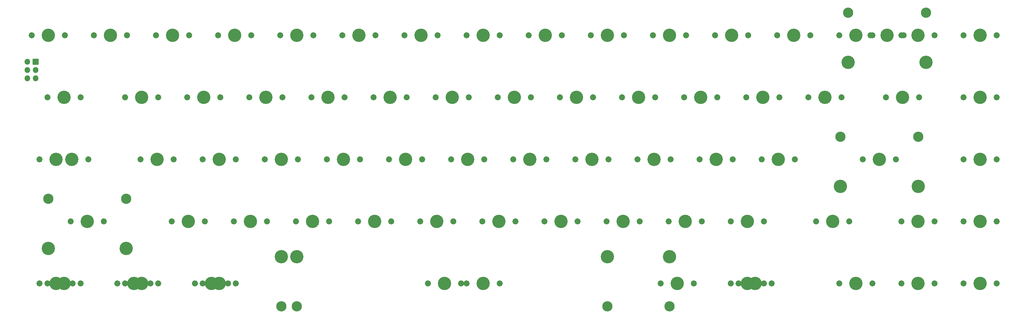
<source format=gts>
G04 #@! TF.GenerationSoftware,KiCad,Pcbnew,(6.0.0-0)*
G04 #@! TF.CreationDate,2022-04-29T22:29:47-07:00*
G04 #@! TF.ProjectId,bakeneko-65-pcb,62616b65-6e65-46b6-9f2d-36352d706362,rev?*
G04 #@! TF.SameCoordinates,Original*
G04 #@! TF.FileFunction,Soldermask,Top*
G04 #@! TF.FilePolarity,Negative*
%FSLAX46Y46*%
G04 Gerber Fmt 4.6, Leading zero omitted, Abs format (unit mm)*
G04 Created by KiCad (PCBNEW (6.0.0-0)) date 2022-04-29 22:29:47*
%MOMM*%
%LPD*%
G01*
G04 APERTURE LIST*
G04 Aperture macros list*
%AMRoundRect*
0 Rectangle with rounded corners*
0 $1 Rounding radius*
0 $2 $3 $4 $5 $6 $7 $8 $9 X,Y pos of 4 corners*
0 Add a 4 corners polygon primitive as box body*
4,1,4,$2,$3,$4,$5,$6,$7,$8,$9,$2,$3,0*
0 Add four circle primitives for the rounded corners*
1,1,$1+$1,$2,$3*
1,1,$1+$1,$4,$5*
1,1,$1+$1,$6,$7*
1,1,$1+$1,$8,$9*
0 Add four rect primitives between the rounded corners*
20,1,$1+$1,$2,$3,$4,$5,0*
20,1,$1+$1,$4,$5,$6,$7,0*
20,1,$1+$1,$6,$7,$8,$9,0*
20,1,$1+$1,$8,$9,$2,$3,0*%
G04 Aperture macros list end*
%ADD10O,1.800000X1.800000*%
%ADD11RoundRect,0.050000X0.850000X0.850000X-0.850000X0.850000X-0.850000X-0.850000X0.850000X-0.850000X0*%
%ADD12C,1.850000*%
%ADD13C,4.087800*%
%ADD14C,3.148000*%
G04 APERTURE END LIST*
D10*
X2535000Y-22155000D03*
X5075000Y-22155000D03*
X2535000Y-19615000D03*
X5075000Y-19615000D03*
X2535000Y-17075000D03*
D11*
X5075000Y-17075000D03*
D12*
X14080000Y-9000000D03*
X3920000Y-9000000D03*
D13*
X9000000Y-9000000D03*
D12*
X33130000Y-9000000D03*
D13*
X28050000Y-9000000D03*
D12*
X22970000Y-9000000D03*
X52180000Y-9000000D03*
D13*
X47100000Y-9000000D03*
D12*
X42020000Y-9000000D03*
X71230000Y-9000000D03*
X61070000Y-9000000D03*
D13*
X66150000Y-9000000D03*
D12*
X80120000Y-9000000D03*
D13*
X85200000Y-9000000D03*
D12*
X90280000Y-9000000D03*
X109330000Y-9000000D03*
D13*
X104250000Y-9000000D03*
D12*
X99170000Y-9000000D03*
X118220000Y-9000000D03*
X128380000Y-9000000D03*
D13*
X123300000Y-9000000D03*
X161400000Y-9000000D03*
D12*
X166480000Y-9000000D03*
X156320000Y-9000000D03*
X185530000Y-9000000D03*
D13*
X180450000Y-9000000D03*
D12*
X175370000Y-9000000D03*
X194420000Y-9000000D03*
D13*
X199500000Y-9000000D03*
D12*
X204580000Y-9000000D03*
X223630000Y-9000000D03*
D13*
X218550000Y-9000000D03*
D12*
X213470000Y-9000000D03*
X242680000Y-9000000D03*
X232520000Y-9000000D03*
D13*
X237600000Y-9000000D03*
X256650000Y-9000000D03*
D12*
X251570000Y-9000000D03*
X261730000Y-9000000D03*
X271255000Y-9000000D03*
D14*
X254237000Y-2015000D03*
D12*
X261095000Y-9000000D03*
D13*
X266175000Y-9000000D03*
X254237000Y-17255000D03*
X278113000Y-17255000D03*
D14*
X278113000Y-2015000D03*
D12*
X8682500Y-28050000D03*
D13*
X13762500Y-28050000D03*
D12*
X18842500Y-28050000D03*
D13*
X37575000Y-28050000D03*
D12*
X42655000Y-28050000D03*
X32495000Y-28050000D03*
D13*
X56625000Y-28050000D03*
D12*
X51545000Y-28050000D03*
X61705000Y-28050000D03*
D13*
X75675000Y-28050000D03*
D12*
X70595000Y-28050000D03*
X80755000Y-28050000D03*
D13*
X94725000Y-28050000D03*
D12*
X99805000Y-28050000D03*
X89645000Y-28050000D03*
X118855000Y-28050000D03*
D13*
X113775000Y-28050000D03*
D12*
X108695000Y-28050000D03*
D13*
X132825000Y-28050000D03*
D12*
X127745000Y-28050000D03*
X137905000Y-28050000D03*
D13*
X151875000Y-28050000D03*
D12*
X146795000Y-28050000D03*
X156955000Y-28050000D03*
X176005000Y-28050000D03*
X165845000Y-28050000D03*
D13*
X170925000Y-28050000D03*
D12*
X184895000Y-28050000D03*
D13*
X189975000Y-28050000D03*
D12*
X195055000Y-28050000D03*
D13*
X209025000Y-28050000D03*
D12*
X203945000Y-28050000D03*
X214105000Y-28050000D03*
D13*
X228075000Y-28050000D03*
D12*
X233155000Y-28050000D03*
X222995000Y-28050000D03*
X242045000Y-28050000D03*
X252205000Y-28050000D03*
D13*
X247125000Y-28050000D03*
X270937500Y-28050000D03*
D12*
X265857500Y-28050000D03*
X276017500Y-28050000D03*
X289670000Y-28050000D03*
D13*
X294750000Y-28050000D03*
D12*
X299830000Y-28050000D03*
D13*
X11381250Y-47100000D03*
D12*
X16461250Y-47100000D03*
X6301250Y-47100000D03*
D13*
X16143750Y-47100000D03*
D12*
X11063750Y-47100000D03*
X21223750Y-47100000D03*
D13*
X42337500Y-47100000D03*
D12*
X47417500Y-47100000D03*
X37257500Y-47100000D03*
X66467500Y-47100000D03*
D13*
X61387500Y-47100000D03*
D12*
X56307500Y-47100000D03*
X75357500Y-47100000D03*
D13*
X80437500Y-47100000D03*
D12*
X85517500Y-47100000D03*
D13*
X99487500Y-47100000D03*
D12*
X104567500Y-47100000D03*
X94407500Y-47100000D03*
X123617500Y-47100000D03*
D13*
X118537500Y-47100000D03*
D12*
X113457500Y-47100000D03*
D13*
X137587500Y-47100000D03*
D12*
X132507500Y-47100000D03*
X142667500Y-47100000D03*
X151557500Y-47100000D03*
X161717500Y-47100000D03*
D13*
X156637500Y-47100000D03*
D12*
X180767500Y-47100000D03*
D13*
X175687500Y-47100000D03*
D12*
X170607500Y-47100000D03*
X189657500Y-47100000D03*
X199817500Y-47100000D03*
D13*
X194737500Y-47100000D03*
D12*
X218867500Y-47100000D03*
X208707500Y-47100000D03*
D13*
X213787500Y-47100000D03*
X232837500Y-47100000D03*
D12*
X237917500Y-47100000D03*
X227757500Y-47100000D03*
D14*
X275731750Y-40115000D03*
D12*
X268873750Y-47100000D03*
D14*
X251855750Y-40115000D03*
D13*
X275731750Y-55355000D03*
X263793750Y-47100000D03*
D12*
X258713750Y-47100000D03*
D13*
X251855750Y-55355000D03*
X294750000Y-47100000D03*
D12*
X289670000Y-47100000D03*
X299830000Y-47100000D03*
D14*
X32844250Y-59165000D03*
D13*
X20906250Y-66150000D03*
X32844250Y-74405000D03*
X8968250Y-74405000D03*
D12*
X15826250Y-66150000D03*
D14*
X8968250Y-59165000D03*
D12*
X25986250Y-66150000D03*
D13*
X51862500Y-66150000D03*
D12*
X46782500Y-66150000D03*
X56942500Y-66150000D03*
X75992500Y-66150000D03*
D13*
X70912500Y-66150000D03*
D12*
X65832500Y-66150000D03*
X95042500Y-66150000D03*
D13*
X89962500Y-66150000D03*
D12*
X84882500Y-66150000D03*
X103932500Y-66150000D03*
X114092500Y-66150000D03*
D13*
X109012500Y-66150000D03*
X128062500Y-66150000D03*
D12*
X122982500Y-66150000D03*
X133142500Y-66150000D03*
X152192500Y-66150000D03*
D13*
X147112500Y-66150000D03*
D12*
X142032500Y-66150000D03*
X171242500Y-66150000D03*
D13*
X166162500Y-66150000D03*
D12*
X161082500Y-66150000D03*
D13*
X185212500Y-66150000D03*
D12*
X180132500Y-66150000D03*
X190292500Y-66150000D03*
X199182500Y-66150000D03*
D13*
X204262500Y-66150000D03*
D12*
X209342500Y-66150000D03*
X218232500Y-66150000D03*
D13*
X223312500Y-66150000D03*
D12*
X228392500Y-66150000D03*
X254586250Y-66150000D03*
X244426250Y-66150000D03*
D13*
X249506250Y-66150000D03*
X275700000Y-66150000D03*
D12*
X280780000Y-66150000D03*
X270620000Y-66150000D03*
X289670000Y-66150000D03*
X299830000Y-66150000D03*
D13*
X294750000Y-66150000D03*
D12*
X8682500Y-85200000D03*
X18842500Y-85200000D03*
D13*
X13762500Y-85200000D03*
D12*
X42655000Y-85200000D03*
D13*
X37575000Y-85200000D03*
D12*
X32495000Y-85200000D03*
X56307500Y-85200000D03*
D13*
X61387500Y-85200000D03*
D12*
X66467500Y-85200000D03*
X196801250Y-85200000D03*
X206961250Y-85200000D03*
D13*
X201881250Y-85200000D03*
D12*
X218232500Y-85200000D03*
X228392500Y-85200000D03*
D13*
X223312500Y-85200000D03*
X256650000Y-85200000D03*
D12*
X261730000Y-85200000D03*
X251570000Y-85200000D03*
X280780000Y-85200000D03*
D13*
X275700000Y-85200000D03*
D12*
X270620000Y-85200000D03*
X299830000Y-85200000D03*
D13*
X294750000Y-85200000D03*
D12*
X289670000Y-85200000D03*
X220613750Y-85200000D03*
X230773750Y-85200000D03*
D13*
X225693750Y-85200000D03*
D12*
X137270000Y-85200000D03*
D14*
X199500000Y-92185000D03*
D13*
X142350000Y-85200000D03*
X85200000Y-76945000D03*
D14*
X85200000Y-92185000D03*
D13*
X199500000Y-76945000D03*
D12*
X147430000Y-85200000D03*
D13*
X142350000Y-9000000D03*
D12*
X137270000Y-9000000D03*
X147430000Y-9000000D03*
X289670000Y-9000000D03*
D13*
X294750000Y-9000000D03*
D12*
X299830000Y-9000000D03*
X270620000Y-9000000D03*
D13*
X275700000Y-9000000D03*
D12*
X280780000Y-9000000D03*
D13*
X11381250Y-85200000D03*
D12*
X16461250Y-85200000D03*
X6301250Y-85200000D03*
X40273750Y-85200000D03*
D13*
X35193750Y-85200000D03*
D12*
X30113750Y-85200000D03*
D13*
X59006250Y-85200000D03*
D12*
X53926250Y-85200000D03*
X64086250Y-85200000D03*
D13*
X80443850Y-76945000D03*
D12*
X125363750Y-85200000D03*
D14*
X180443650Y-92185000D03*
D13*
X180443650Y-76945000D03*
D12*
X135523750Y-85200000D03*
D13*
X130443750Y-85200000D03*
D14*
X80443850Y-92185000D03*
M02*

</source>
